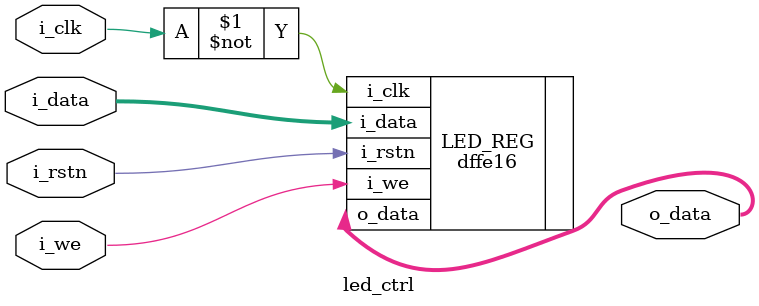
<source format=v>
`timescale 1ns / 1ps


module led_ctrl(
	i_clk,
	i_rstn,
	i_we,
	i_data,
	o_data
	);
	
	input	i_clk;
	input	i_rstn;
	input	i_we;
	
	input	[15:0] i_data;
	output	[15:0] o_data;

	dffe16	LED_REG(
		.i_clk(~i_clk),
		.i_rstn(i_rstn),
		.i_we(i_we),
		.i_data(i_data),
		.o_data(o_data)
		);
endmodule

</source>
